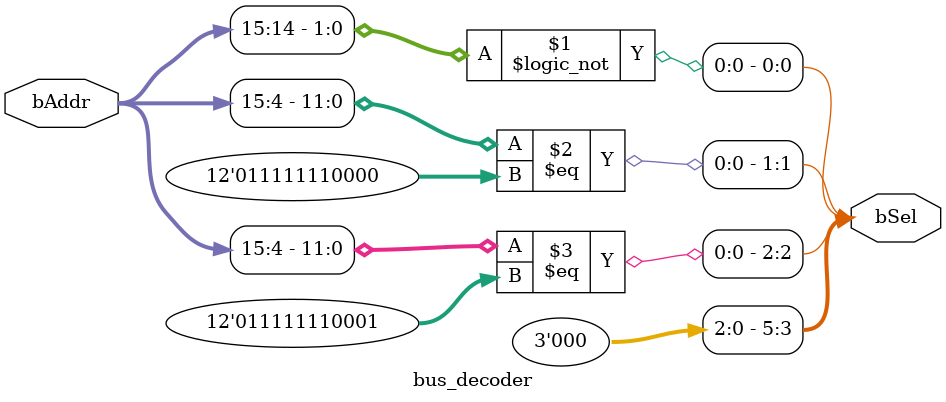
<source format=v>
module bus_decoder (
    input wire [31:0] bAddr,
    output wire [5:0] bSel
);
    assign bSel[0] = (bAddr[15:14] == 2'b00);          // RAM
    assign bSel[1] = (bAddr[15:4] == 12'h7f0);         // GPIO
    assign bSel[2] = (bAddr[15:4] == 12'h7f1);         // PWM
    assign bSel[5:3] = 3'b000;                         // Unused
	 

	 
endmodule

</source>
